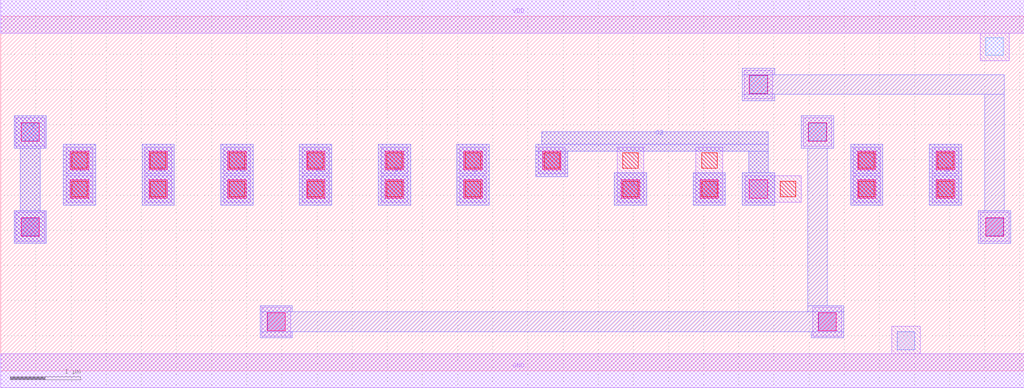
<source format=lef>
MACRO AAAOAOI33311
 CLASS CORE ;
 FOREIGN AAAOAOI33311 0 0 ;
 SIZE 14.56 BY 5.04 ;
 ORIGIN 0 0 ;
 SYMMETRY X Y R90 ;
 SITE unit ;
  PIN VDD
   DIRECTION INOUT ;
   USE POWER ;
   SHAPE ABUTMENT ;
    PORT
     CLASS CORE ;
       LAYER met1 ;
        RECT 0.00000000 4.80000000 14.56000000 5.28000000 ;
    END
  END VDD

  PIN GND
   DIRECTION INOUT ;
   USE POWER ;
   SHAPE ABUTMENT ;
    PORT
     CLASS CORE ;
       LAYER met1 ;
        RECT 0.00000000 -0.24000000 14.56000000 0.24000000 ;
    END
  END GND

  PIN Y
   DIRECTION INOUT ;
   USE SIGNAL ;
   SHAPE ABUTMENT ;
    PORT
     CLASS CORE ;
       LAYER met2 ;
        RECT 0.19000000 1.81700000 0.65000000 2.27700000 ;
        RECT 0.28000000 2.27700000 0.56000000 3.16700000 ;
        RECT 0.19000000 3.16700000 0.65000000 3.62700000 ;
    END
  END Y

  PIN C2
   DIRECTION INOUT ;
   USE SIGNAL ;
   SHAPE ABUTMENT ;
    PORT
     CLASS CORE ;
       LAYER met2 ;
        RECT 10.55000000 2.35700000 11.01000000 2.81700000 ;
        RECT 7.61000000 2.76200000 8.07000000 3.12200000 ;
        RECT 10.64000000 2.81700000 10.92000000 3.12200000 ;
        RECT 7.61000000 3.12200000 10.92000000 3.22200000 ;
        RECT 7.70000000 3.22200000 10.92000000 3.40200000 ;
    END
  END C2

  PIN B1
   DIRECTION INOUT ;
   USE SIGNAL ;
   SHAPE ABUTMENT ;
    PORT
     CLASS CORE ;
       LAYER met2 ;
        RECT 5.37000000 2.35700000 5.83000000 3.22200000 ;
    END
  END B1

  PIN C
   DIRECTION INOUT ;
   USE SIGNAL ;
   SHAPE ABUTMENT ;
    PORT
     CLASS CORE ;
       LAYER met2 ;
        RECT 8.73000000 2.35700000 9.19000000 2.81700000 ;
    END
  END C

  PIN A
   DIRECTION INOUT ;
   USE SIGNAL ;
   SHAPE ABUTMENT ;
    PORT
     CLASS CORE ;
       LAYER met2 ;
        RECT 0.89000000 2.35700000 1.35000000 3.22200000 ;
    END
  END A

  PIN B
   DIRECTION INOUT ;
   USE SIGNAL ;
   SHAPE ABUTMENT ;
    PORT
     CLASS CORE ;
       LAYER met2 ;
        RECT 6.49000000 2.35700000 6.95000000 3.22200000 ;
    END
  END B

  PIN B2
   DIRECTION INOUT ;
   USE SIGNAL ;
   SHAPE ABUTMENT ;
    PORT
     CLASS CORE ;
       LAYER met2 ;
        RECT 4.25000000 2.35700000 4.71000000 3.22200000 ;
    END
  END B2

  PIN A1
   DIRECTION INOUT ;
   USE SIGNAL ;
   SHAPE ABUTMENT ;
    PORT
     CLASS CORE ;
       LAYER met2 ;
        RECT 2.01000000 2.35700000 2.47000000 3.22200000 ;
    END
  END A1

  PIN D
   DIRECTION INOUT ;
   USE SIGNAL ;
   SHAPE ABUTMENT ;
    PORT
     CLASS CORE ;
       LAYER met2 ;
        RECT 12.09000000 2.35700000 12.55000000 3.22200000 ;
    END
  END D

  PIN E
   DIRECTION INOUT ;
   USE SIGNAL ;
   SHAPE ABUTMENT ;
    PORT
     CLASS CORE ;
       LAYER met2 ;
        RECT 13.21000000 2.35700000 13.67000000 3.22200000 ;
    END
  END E

  PIN C1
   DIRECTION INOUT ;
   USE SIGNAL ;
   SHAPE ABUTMENT ;
    PORT
     CLASS CORE ;
       LAYER met2 ;
        RECT 9.85000000 2.35700000 10.31000000 2.81700000 ;
    END
  END C1

  PIN A2
   DIRECTION INOUT ;
   USE SIGNAL ;
   SHAPE ABUTMENT ;
    PORT
     CLASS CORE ;
       LAYER met2 ;
        RECT 3.13000000 2.35700000 3.59000000 3.22200000 ;
    END
  END A2

 OBS
    LAYER polycont ;
     RECT 1.01000000 2.47700000 1.23000000 2.69700000 ;
     RECT 2.13000000 2.47700000 2.35000000 2.69700000 ;
     RECT 3.25000000 2.47700000 3.47000000 2.69700000 ;
     RECT 4.37000000 2.47700000 4.59000000 2.69700000 ;
     RECT 5.49000000 2.47700000 5.71000000 2.69700000 ;
     RECT 6.61000000 2.47700000 6.83000000 2.69700000 ;
     RECT 8.85000000 2.47700000 9.07000000 2.69700000 ;
     RECT 9.97000000 2.47700000 10.19000000 2.69700000 ;
     RECT 11.09000000 2.47700000 11.31000000 2.69700000 ;
     RECT 12.21000000 2.47700000 12.43000000 2.69700000 ;
     RECT 13.33000000 2.47700000 13.55000000 2.69700000 ;
     RECT 1.01000000 2.88200000 1.23000000 3.10200000 ;
     RECT 2.13000000 2.88200000 2.35000000 3.10200000 ;
     RECT 3.25000000 2.88200000 3.47000000 3.10200000 ;
     RECT 4.37000000 2.88200000 4.59000000 3.10200000 ;
     RECT 5.49000000 2.88200000 5.71000000 3.10200000 ;
     RECT 6.61000000 2.88200000 6.83000000 3.10200000 ;
     RECT 7.73000000 2.88200000 7.95000000 3.10200000 ;
     RECT 8.85000000 2.88200000 9.07000000 3.10200000 ;
     RECT 9.97000000 2.88200000 10.19000000 3.10200000 ;
     RECT 12.21000000 2.88200000 12.43000000 3.10200000 ;
     RECT 13.33000000 2.88200000 13.55000000 3.10200000 ;

    LAYER pdiffc ;
     RECT 0.29500000 3.27200000 0.54500000 3.52200000 ;
     RECT 11.49500000 3.27200000 11.74500000 3.52200000 ;
     RECT 10.65500000 3.94700000 10.90500000 4.19700000 ;
     RECT 14.01500000 4.48700000 14.26500000 4.73700000 ;

    LAYER ndiffc ;
     RECT 12.75500000 0.30200000 13.00500000 0.55200000 ;
     RECT 3.79500000 0.57200000 4.04500000 0.82200000 ;
     RECT 11.63500000 0.57200000 11.88500000 0.82200000 ;
     RECT 0.29500000 1.92200000 0.54500000 2.17200000 ;
     RECT 14.01500000 1.92200000 14.26500000 2.17200000 ;

    LAYER met1 ;
     RECT 0.00000000 -0.24000000 14.56000000 0.24000000 ;
     RECT 12.67500000 0.24000000 13.08500000 0.63200000 ;
     RECT 3.71500000 0.49200000 4.12500000 0.90200000 ;
     RECT 11.55500000 0.49200000 11.96500000 0.90200000 ;
     RECT 0.21500000 1.84200000 0.62500000 2.25200000 ;
     RECT 13.93500000 1.84200000 14.34500000 2.25200000 ;
     RECT 0.93000000 2.39700000 1.31000000 2.77700000 ;
     RECT 2.05000000 2.39700000 2.43000000 2.77700000 ;
     RECT 3.17000000 2.39700000 3.55000000 2.77700000 ;
     RECT 4.29000000 2.39700000 4.67000000 2.77700000 ;
     RECT 5.41000000 2.39700000 5.79000000 2.77700000 ;
     RECT 6.53000000 2.39700000 6.91000000 2.77700000 ;
     RECT 10.59000000 2.39700000 11.39000000 2.77700000 ;
     RECT 12.13000000 2.39700000 12.51000000 2.77700000 ;
     RECT 13.25000000 2.39700000 13.63000000 2.77700000 ;
     RECT 0.93000000 2.80200000 1.31000000 3.18200000 ;
     RECT 2.05000000 2.80200000 2.43000000 3.18200000 ;
     RECT 3.17000000 2.80200000 3.55000000 3.18200000 ;
     RECT 4.29000000 2.80200000 4.67000000 3.18200000 ;
     RECT 5.41000000 2.80200000 5.79000000 3.18200000 ;
     RECT 6.53000000 2.80200000 6.91000000 3.18200000 ;
     RECT 7.65000000 2.80200000 8.03000000 3.18200000 ;
     RECT 8.77000000 2.39700000 9.15000000 3.18200000 ;
     RECT 9.89000000 2.39700000 10.27000000 3.18200000 ;
     RECT 12.13000000 2.80200000 12.51000000 3.18200000 ;
     RECT 13.25000000 2.80200000 13.63000000 3.18200000 ;
     RECT 0.21500000 3.19200000 0.62500000 3.60200000 ;
     RECT 11.41500000 3.19200000 11.82500000 3.60200000 ;
     RECT 10.57500000 3.86700000 10.98500000 4.27700000 ;
     RECT 13.93500000 4.40700000 14.34500000 4.80000000 ;
     RECT 0.00000000 4.80000000 14.56000000 5.28000000 ;

    LAYER via1 ;
     RECT 3.79000000 0.56700000 4.05000000 0.82700000 ;
     RECT 11.63000000 0.56700000 11.89000000 0.82700000 ;
     RECT 0.29000000 1.91700000 0.55000000 2.17700000 ;
     RECT 14.01000000 1.91700000 14.27000000 2.17700000 ;
     RECT 0.99000000 2.45700000 1.25000000 2.71700000 ;
     RECT 2.11000000 2.45700000 2.37000000 2.71700000 ;
     RECT 3.23000000 2.45700000 3.49000000 2.71700000 ;
     RECT 4.35000000 2.45700000 4.61000000 2.71700000 ;
     RECT 5.47000000 2.45700000 5.73000000 2.71700000 ;
     RECT 6.59000000 2.45700000 6.85000000 2.71700000 ;
     RECT 8.83000000 2.45700000 9.09000000 2.71700000 ;
     RECT 9.95000000 2.45700000 10.21000000 2.71700000 ;
     RECT 10.65000000 2.45700000 10.91000000 2.71700000 ;
     RECT 12.19000000 2.45700000 12.45000000 2.71700000 ;
     RECT 13.31000000 2.45700000 13.57000000 2.71700000 ;
     RECT 0.99000000 2.86200000 1.25000000 3.12200000 ;
     RECT 2.11000000 2.86200000 2.37000000 3.12200000 ;
     RECT 3.23000000 2.86200000 3.49000000 3.12200000 ;
     RECT 4.35000000 2.86200000 4.61000000 3.12200000 ;
     RECT 5.47000000 2.86200000 5.73000000 3.12200000 ;
     RECT 6.59000000 2.86200000 6.85000000 3.12200000 ;
     RECT 7.71000000 2.86200000 7.97000000 3.12200000 ;
     RECT 12.19000000 2.86200000 12.45000000 3.12200000 ;
     RECT 13.31000000 2.86200000 13.57000000 3.12200000 ;
     RECT 0.29000000 3.26700000 0.55000000 3.52700000 ;
     RECT 11.49000000 3.26700000 11.75000000 3.52700000 ;
     RECT 10.65000000 3.94200000 10.91000000 4.20200000 ;

    LAYER met2 ;
     RECT 8.73000000 2.35700000 9.19000000 2.81700000 ;
     RECT 9.85000000 2.35700000 10.31000000 2.81700000 ;
     RECT 0.89000000 2.35700000 1.35000000 3.22200000 ;
     RECT 2.01000000 2.35700000 2.47000000 3.22200000 ;
     RECT 3.13000000 2.35700000 3.59000000 3.22200000 ;
     RECT 4.25000000 2.35700000 4.71000000 3.22200000 ;
     RECT 5.37000000 2.35700000 5.83000000 3.22200000 ;
     RECT 6.49000000 2.35700000 6.95000000 3.22200000 ;
     RECT 12.09000000 2.35700000 12.55000000 3.22200000 ;
     RECT 13.21000000 2.35700000 13.67000000 3.22200000 ;
     RECT 10.55000000 2.35700000 11.01000000 2.81700000 ;
     RECT 7.61000000 2.76200000 8.07000000 3.12200000 ;
     RECT 10.64000000 2.81700000 10.92000000 3.12200000 ;
     RECT 7.61000000 3.12200000 10.92000000 3.22200000 ;
     RECT 7.70000000 3.22200000 10.92000000 3.40200000 ;
     RECT 0.19000000 1.81700000 0.65000000 2.27700000 ;
     RECT 0.28000000 2.27700000 0.56000000 3.16700000 ;
     RECT 0.19000000 3.16700000 0.65000000 3.62700000 ;
     RECT 3.69000000 0.46700000 4.15000000 0.55700000 ;
     RECT 11.53000000 0.46700000 11.99000000 0.55700000 ;
     RECT 3.69000000 0.55700000 11.99000000 0.83700000 ;
     RECT 3.69000000 0.83700000 4.15000000 0.92700000 ;
     RECT 11.48000000 0.83700000 11.99000000 0.92700000 ;
     RECT 11.48000000 0.92700000 11.76000000 3.16700000 ;
     RECT 11.39000000 3.16700000 11.85000000 3.62700000 ;
     RECT 13.91000000 1.81700000 14.37000000 2.27700000 ;
     RECT 10.55000000 3.84200000 11.01000000 3.93200000 ;
     RECT 14.00000000 2.27700000 14.28000000 3.93200000 ;
     RECT 10.55000000 3.93200000 14.28000000 4.21200000 ;
     RECT 10.55000000 4.21200000 11.01000000 4.30200000 ;

 END
END AAAOAOI33311

</source>
